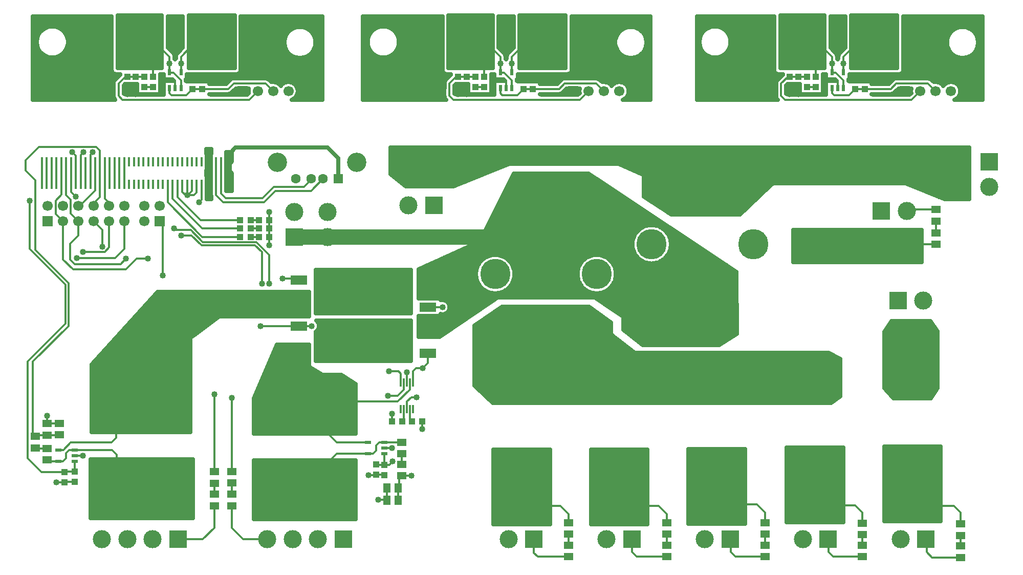
<source format=gtl>
G04 DipTrace 3.0.0.2*
G04 Power_Current.GTL*
%MOMM*%
G04 #@! TF.FileFunction,Copper,L1,Top*
G04 #@! TF.Part,Single*
G04 #@! TA.AperFunction,Conductor*
%ADD14C,0.33*%
%ADD15C,0.3*%
%ADD16C,2.54*%
%ADD18C,0.6604*%
G04 #@! TA.AperFunction,CopperBalancing*
%ADD19C,0.635*%
%ADD20R,1.1X1.0*%
G04 #@! TA.AperFunction,ComponentPad*
%ADD21R,3.0X3.0*%
%ADD22C,3.0*%
%ADD23R,1.7X1.7*%
%ADD24C,1.7*%
%ADD26R,0.38X1.5*%
G04 #@! TA.AperFunction,ComponentPad*
%ADD27R,1.6X1.6*%
%ADD28C,1.6*%
%ADD29C,3.2*%
%ADD30C,5.0*%
%ADD31R,5.0X7.8*%
%ADD32R,7.8X5.0*%
%ADD33R,1.5X1.3*%
%ADD34R,0.3X1.4*%
%ADD36R,2.75X1.5*%
%ADD37R,6.5X6.2*%
G04 #@! TA.AperFunction,ComponentPad*
%ADD38C,3.5*%
%ADD41R,1.0X1.1*%
%ADD42R,8.0X3.0*%
%ADD44R,1.1X0.6*%
%ADD45R,1.3X1.5*%
%ADD46R,3.0X8.0*%
%ADD48R,0.6X1.1*%
G04 #@! TA.AperFunction,ViaPad*
%ADD49C,1.016*%
%FSLAX35Y35*%
G04*
G71*
G90*
G75*
G01*
G04 Top*
%LPD*%
X3950123Y7904957D2*
D14*
Y7725000D1*
X4030123Y7904957D2*
Y7792623D1*
X3962500Y7725000D1*
X3950123D1*
X4110123Y7904957D2*
Y7772623D1*
X4062500Y7725000D1*
X3950123D1*
X3870123Y7904957D2*
Y7779877D1*
X3925000Y7725000D1*
X3950123D1*
X4190123Y7904957D2*
Y7652623D1*
X4150000Y7612500D1*
X2670123Y8274957D2*
Y7904957D1*
X1710123Y8274957D2*
Y7904957D1*
X2910123D2*
Y8274957D1*
X2830123D2*
Y7904957D1*
X2750123D2*
Y8274957D1*
X1837500Y3952500D2*
X1640000D1*
X1637500Y3950000D1*
X2087500Y2987500D2*
X1932500D1*
X1925000Y2980000D1*
X7255000Y2680000D2*
Y2882500D1*
X7075000Y3105000D2*
X7212500D1*
Y3100000D1*
X15125000Y1750000D2*
X14637500D1*
X14562500Y1825000D1*
Y2030750D1*
X14555750Y2037500D1*
X16750000Y1737500D2*
X16275000D1*
X16187500Y1825000D1*
Y2025000D1*
X16175000Y2037500D1*
X13512500Y1750000D2*
X13025000D1*
X12950000Y1825000D1*
Y2025000D1*
X12937500Y2037500D1*
X11887500Y1750000D2*
X11387500D1*
X11312500Y1825000D1*
Y2037500D1*
X10262500Y1750000D2*
X9750000D1*
X9687500Y1812500D1*
Y2037500D1*
X1637500Y3950000D2*
Y4075000D1*
X1925000Y2980000D2*
X1787500D1*
X2087500Y3420000D2*
X2227500D1*
X7212500Y3545000D2*
X7337500D1*
X7075000Y3105000D2*
X7070000Y3100000D1*
X6950000D1*
X7255000Y2680000D2*
Y2687500D1*
X7112500D1*
X16337500Y7487500D2*
X15882500D1*
X15857500Y7462500D1*
X4400000Y2592447D2*
Y2225000D1*
X4212500Y2037500D1*
X3800000D1*
X4687500Y2592447D2*
Y2225000D1*
X4875000Y2037500D1*
X5277500D1*
X7587500Y4187500D2*
D15*
Y4274000D1*
D14*
Y4312500D1*
X7662500Y4387500D1*
X7750000D1*
X7837500Y3987500D2*
Y3862500D1*
X4270123Y8274957D2*
Y8129877D1*
X4312500Y8087500D1*
X4350123Y8274957D2*
Y8125123D1*
X4312500Y8087500D1*
X4270123Y7904957D2*
Y8045123D1*
X4312500Y8087500D1*
X4350123Y7904957D2*
Y8049877D1*
X4312500Y8087500D1*
X4270123Y7904957D2*
Y7767377D1*
X4312500Y7725000D1*
X4350123Y7904957D2*
Y7762623D1*
X4312500Y7725000D1*
X4270123Y8274957D2*
Y8407623D1*
X4312500Y8450000D1*
X4350123Y8274957D2*
Y8412377D1*
X4312500Y8450000D1*
X5312500Y7312500D2*
Y7175000D1*
Y7037500D2*
Y7175000D1*
Y7312500D2*
Y7450000D1*
Y7037500D2*
Y6900000D1*
X14065627Y9514623D2*
X13922750D1*
X14716250Y9494127D2*
Y9605503D1*
X14684750Y9637003D1*
X14494250D1*
X13922750Y9514623D2*
Y9398877D1*
X14065627Y9514623D2*
Y9398877D1*
X8578127Y9514623D2*
X8435250D1*
X9228750Y9494127D2*
Y9605503D1*
X9197250Y9637003D1*
X9006750D1*
X8435250Y9514623D2*
Y9398877D1*
X8578127Y9514623D2*
Y9398877D1*
X3103127Y9514623D2*
X2960250D1*
X3753750Y9494127D2*
Y9605503D1*
X3722250Y9637003D1*
X3531750D1*
X2960250Y9514623D2*
Y9398877D1*
X3103127Y9514623D2*
Y9398877D1*
X2270123Y7904957D2*
Y8274957D1*
X1630123Y7904957D2*
Y8274957D1*
X1790123Y7904957D2*
Y8274957D1*
X7687500Y4627500D2*
D15*
Y4714000D1*
D14*
Y4812500D1*
X7737500Y4862500D1*
X7850000D1*
X7937500Y4950000D1*
Y5112500D1*
X6012500Y5562500D2*
X5800000D1*
X4687500Y3157447D2*
Y4375000D1*
X5162500Y5562500D2*
X5800000D1*
X1550123Y8274957D2*
Y7904957D1*
X15772500Y4637500D2*
X16112500D1*
X9133750Y9764127D2*
Y9900837D1*
Y10018000D1*
X8848000Y10303750D1*
X8863873Y9684623D2*
Y10287877D1*
X8848000Y10303750D1*
X9133750Y9764127D2*
Y9748127D1*
X9197250D1*
X9324250Y9621127D1*
Y9494627D1*
X9323750Y9494127D1*
Y9764127D2*
Y9906377D1*
Y10017500D1*
X9610000Y10303750D1*
X9648000D1*
X4400000Y3154947D2*
Y4437500D1*
X5525000Y6350000D2*
X5800000D1*
Y6325000D1*
X7487500Y4627500D2*
D15*
Y4714000D1*
D14*
Y4775000D1*
X7450000Y4812500D1*
X7287500D1*
X8175000Y5875000D2*
X7937500D1*
X8435250Y9684623D2*
X8578127D1*
X8721000D1*
X8435250D2*
X8403493D1*
X8292373Y9573503D1*
Y9367127D1*
X8355873Y9303627D1*
X10451373D1*
X10594250Y9446503D1*
X8721000Y9514623D2*
X8863873D1*
X9133750Y9494127D2*
Y9414750D1*
X9165500Y9383000D1*
X9414877D1*
X9514750Y9482873D1*
X9673500D1*
X10106747D1*
X10197377Y9573503D1*
X10721250D1*
X10848250Y9446503D1*
X14621250Y9764127D2*
Y9900837D1*
Y10018000D1*
X14335500Y10303750D1*
X14351373Y9684623D2*
Y10287877D1*
X14335500Y10303750D1*
X14621250Y9764127D2*
Y9748127D1*
X14684750D1*
X14811750Y9621127D1*
Y9494627D1*
X14811250Y9494127D1*
Y9764127D2*
Y9906377D1*
Y10017500D1*
X15097500Y10303750D1*
X15135500D1*
X1817500Y3515000D2*
X1902500D1*
X2025000Y3637500D1*
X2700000D1*
X2775000Y3712500D1*
Y3950000D1*
X2787500D1*
X7537500Y4627500D2*
D15*
Y4541000D1*
D14*
Y4512500D1*
X7437500Y4412500D1*
X7275000D1*
X5525000Y5862500D2*
X5797550D1*
X5800050Y5865000D1*
X7342500Y3987500D2*
Y4107500D1*
X7337500Y4112500D1*
X6300000Y3950000D2*
Y3762500D1*
X6425000Y3637500D1*
X6940000D1*
X6942500Y3640000D1*
X5500000Y3950000D2*
X6300000D1*
X7637500Y4627500D2*
D15*
Y4541000D1*
D14*
Y4512500D1*
X7437500Y4312500D1*
X6662500D1*
X6300000Y3950000D1*
X9887500Y7762500D2*
Y7372500D1*
Y6982500D1*
X12475000Y5965000D2*
Y5575000D1*
X7587500Y4627500D2*
D15*
Y4714000D1*
D14*
Y4800000D1*
X8200000Y5575000D2*
X7939950D1*
X7937450Y5572500D1*
X6275000Y7030000D2*
D16*
X5725000D1*
X6275000D2*
X9545000D1*
X9887500Y7372500D1*
X10277500Y5582500D2*
D14*
X9887500D1*
X9497500D2*
X9887500D1*
X14500000Y4637500D2*
X14160000D1*
X12887500D2*
X12547500D1*
X11262500D2*
X10922500D1*
X9650000D2*
X9310000D1*
X9650000D2*
X10922500D1*
X11262500D2*
X12547500D1*
X12887500D2*
X14160000D1*
X12085000Y7755000D2*
X12475000D1*
X12865000D1*
X3658750Y9764127D2*
Y9900837D1*
Y10018000D1*
X3373000Y10303750D1*
X3388873Y9684623D2*
Y10287877D1*
X3373000Y10303750D1*
X3658750Y9764127D2*
Y9748127D1*
X3722250D1*
X3849250Y9621127D1*
Y9494627D1*
X3848750Y9494127D1*
Y9764127D2*
Y9906377D1*
Y10017500D1*
X4135000Y10303750D1*
X4173000D1*
X2960250Y9684623D2*
X3103127D1*
X3246000D1*
X2960250D2*
X2928493D1*
X2817373Y9573503D1*
Y9367127D1*
X2880873Y9303627D1*
X4976373D1*
X5119250Y9446503D1*
X3246000Y9514623D2*
X3388873D1*
X3658750Y9494127D2*
Y9414750D1*
X3690500Y9383000D1*
X3939877D1*
X4039750Y9482873D1*
X4198500D1*
X4631747D1*
X4722377Y9573503D1*
X5246250D1*
X5373250Y9446503D1*
X7537500Y4187500D2*
D15*
Y4101000D1*
D14*
Y4012500D1*
X7512500Y3987500D1*
X7637500Y4187500D2*
D15*
Y4101000D1*
D14*
Y4017500D1*
X7667500Y3987500D1*
X13922750Y9684623D2*
X14065627D1*
X14208500D1*
X13922750D2*
X13890993D1*
X13779873Y9573503D1*
Y9367127D1*
X13843373Y9303627D1*
X15938873D1*
X16081750Y9446503D1*
X14208500Y9514623D2*
X14351373D1*
X14621250Y9494127D2*
Y9414750D1*
X14653000Y9383000D1*
X14902377D1*
X15002250Y9482873D1*
X15161000D1*
X15594247D1*
X15684877Y9573503D1*
X16208750D1*
X16335750Y9446503D1*
X10262500Y2312500D2*
Y2450000D1*
X10125000Y2587500D1*
X9687500D1*
X11887500Y2312500D2*
Y2450000D1*
X11750000Y2587500D1*
X11312500D1*
X13512500Y2312500D2*
Y2475000D1*
X13375000Y2612500D1*
X12962500D1*
X12937500Y2587500D1*
X15125000Y2302500D2*
Y2475000D1*
X15000000Y2600000D1*
X14568250D1*
X14555750Y2587500D1*
X16750000Y2290000D2*
Y2475000D1*
X16637500Y2587500D1*
X16175000D1*
X15437500Y6912500D2*
X15857500D1*
X16337500D1*
X3550000Y6400000D2*
Y7250000D1*
X3500000Y7300000D1*
X2087500Y3157500D2*
Y3325000D1*
Y3157500D2*
X1932500D1*
X1925000Y3150000D1*
X2350123Y8274957D2*
Y7904957D1*
Y8274957D2*
Y8400123D1*
X2387500Y8437500D1*
X1925000Y3150000D2*
X1537500D1*
X1312500Y3375000D1*
Y4975000D1*
X1937500Y5600000D1*
Y6250000D1*
X1350000Y6837500D1*
Y7637500D1*
X7212500Y3270000D2*
X7075000D1*
Y3275000D1*
X7212500Y3450000D2*
Y3270000D1*
X2430123Y7904957D2*
Y8274957D1*
Y7904957D2*
Y7805123D1*
X2187500Y7562500D1*
X2163000D1*
X2150500Y7550000D1*
X7212500Y3270000D2*
X7295000D1*
X7350000Y3325000D1*
X5187500Y6262500D2*
Y6787500D1*
X5075000Y6900000D1*
X4187500D1*
X4025000Y7062500D1*
X3850000D1*
X1637500Y3760000D2*
X1835000D1*
X1837500Y3762500D1*
X2510123Y8274957D2*
Y7904957D1*
Y7697623D1*
X2404500Y7592000D1*
Y7550000D1*
X1637500Y3760000D2*
X1460000D1*
X1437500Y3737500D1*
X2510123Y8274957D2*
Y8464877D1*
X2450000Y8525000D1*
X1500000D1*
X1275000Y8300000D1*
Y8137500D1*
X1437500Y7975000D1*
Y6825000D1*
X1987500Y6275000D1*
Y5562500D1*
X1400000Y4975000D1*
Y3762500D1*
X1412500D1*
X1437500Y3737500D1*
X7445000Y2882500D2*
X7462500D1*
Y3050000D1*
X7500000Y3087500D1*
X7445000Y2680000D2*
Y2882500D1*
X2590123Y7904957D2*
Y8274957D1*
Y7904957D2*
Y7672377D1*
X2658500Y7604000D1*
Y7550000D1*
X3737500Y7175000D2*
Y7150000D1*
X4012500D1*
X4212500Y6950000D1*
X5100000D1*
X5312500Y6737500D1*
Y6262500D1*
X7662500Y3087500D2*
X7500000D1*
X1870123Y8274957D2*
Y7904957D1*
Y7732623D1*
X1775000Y7637500D1*
Y7417500D1*
X1896500Y7296000D1*
X3300000Y6675000D2*
X3112500D1*
X2937500Y6500000D1*
X2062500D1*
X1900000Y6662500D1*
Y7292500D1*
X1896500Y7296000D1*
X1950123Y7904957D2*
Y8274957D1*
Y7904957D2*
Y7724877D1*
X2025000Y7650000D1*
Y7421500D1*
X2150500Y7296000D1*
X2937500Y6675000D2*
X2850000Y6587500D1*
X2087500D1*
X2012500Y6662500D1*
Y6925000D1*
X2150000Y7062500D1*
Y7295500D1*
X2150500Y7296000D1*
X2030123Y8274957D2*
Y7904957D1*
Y7782377D1*
X2112500Y7700000D1*
X2550000Y6875000D2*
Y7150500D1*
X2404500Y7296000D1*
X1817500Y3325000D2*
X1660000D1*
X1637500Y3347500D1*
X1817500Y3325000D2*
X1900000D1*
X1950000Y3375000D1*
Y3462500D1*
X2000000Y3512500D1*
X2085000D1*
X2087500Y3515000D1*
X2710000D1*
X2787500Y3437500D1*
Y3150000D1*
X7212500Y3640000D2*
X7127500D1*
X7075000Y3587500D1*
Y3500000D1*
X7025000Y3450000D1*
X6942500D1*
X6300000Y3150000D2*
Y3325000D1*
X6425000Y3450000D1*
X6942500D1*
X7212500Y3640000D2*
X7500000D1*
X4400000Y2964947D2*
Y2782447D1*
X4687500Y2967447D2*
Y2782447D1*
X2110123Y7904957D2*
Y8274957D1*
Y8377377D1*
X2050000Y8437500D1*
X2225000Y6787500D2*
X2587500D1*
X2662500Y6862500D1*
Y7292000D1*
X2658500Y7296000D1*
X2190123Y8274957D2*
Y7904957D1*
Y8274957D2*
Y8390123D1*
X2237500Y8437500D1*
X2125000Y6687500D2*
X2762500D1*
X2912500Y6837500D1*
Y7296000D1*
X5000000Y7037500D2*
X5142500D1*
Y7175000D2*
X5000000D1*
X5142500Y7312500D2*
X5000000D1*
X1637500Y3537500D2*
X1447500D1*
X1437500Y3547500D1*
X7500000Y3277500D2*
Y3450000D1*
X10262500Y2122500D2*
Y1940000D1*
X11887500D2*
Y2122500D1*
X13512500Y1940000D2*
Y2122500D1*
X15125000Y1940000D2*
Y2112500D1*
X16750000Y1927500D2*
Y2100000D1*
X16337500Y7102500D2*
Y7297500D1*
X3790123Y7904957D2*
Y7697377D1*
X4175000Y7312500D1*
X4830000D1*
X3710123Y7904957D2*
Y7664877D1*
X4200000Y7175000D1*
X4830000D1*
X3630123Y7904957D2*
Y7607377D1*
X4200000Y7037500D1*
X4830000D1*
X4510123Y8274957D2*
Y7904957D1*
Y7752377D1*
X4587500Y7675000D1*
X5200000D1*
X5387500Y7862500D1*
X5887500D1*
X5987500Y7962500D1*
Y8000000D1*
X6000000D1*
X4430123Y7904957D2*
Y8274957D1*
Y7904957D2*
Y7732377D1*
X4550000Y7612500D1*
X5225000D1*
X5412500Y7800000D1*
X6000000D1*
X6200000Y8000000D1*
X4590123Y8274957D2*
Y7904957D1*
X4670123D2*
Y8274957D1*
X6450000Y8000000D2*
D18*
Y8337500D1*
X6275000Y8512500D1*
X4750000D1*
X4662500Y8425000D1*
D49*
X3950123Y7725000D3*
X4150000Y7612500D3*
X1637500Y4075000D3*
X1787500Y2980000D3*
X2227500Y3420000D3*
X7337500Y3545000D3*
X6950000Y3100000D3*
X7112500Y2687500D3*
X7750000Y4387500D3*
X7837500Y3862500D3*
X4312500Y8087500D3*
Y7725000D3*
Y8450000D3*
X5312500Y7450000D3*
Y6900000D3*
X14494250Y9637003D3*
X13922750Y9398877D3*
X14065627D3*
X13922750D3*
X9006750Y9637003D3*
X8435250Y9398877D3*
X8578127D3*
X8435250D3*
X3531750Y9637003D3*
X2960250Y9398877D3*
X3103127D3*
X2960250D3*
X6012500Y5562500D3*
X7850000Y4862500D3*
X4687500Y4375000D3*
X5162500Y5562500D3*
X9133750Y9900837D3*
X9323750Y9906377D3*
X4400000Y4437500D3*
X5525000Y6350000D3*
X7287500Y4812500D3*
X8175000Y5875000D3*
X7287500Y4812500D3*
X14621250Y9900837D3*
X14811250Y9906377D3*
X7275000Y4412500D3*
X5525000Y5862500D3*
X7337500Y4112500D3*
X7275000Y4412500D3*
X7587500Y4800000D3*
X8200000Y5575000D3*
X3658750Y9900837D3*
X3848750Y9906377D3*
X3550000Y6400000D3*
X2387500Y8437500D3*
X1350000Y7637500D3*
X7350000Y3325000D3*
X5187500Y6262500D3*
X3850000Y7062500D3*
X3737500Y7175000D3*
X5312500Y6262500D3*
X7662500Y3087500D3*
X3300000Y6675000D3*
X2937500D3*
X2112500Y7700000D3*
X2550000Y6875000D3*
X2050000Y8437500D3*
X2225000Y6787500D3*
X2237500Y8437500D3*
X2125000Y6687500D3*
X15488100Y3505083D2*
D19*
X16411839D1*
X15488100Y3441917D2*
X16411839D1*
X15488100Y3378750D2*
X16411839D1*
X15488100Y3315583D2*
X16411839D1*
X15488100Y3252417D2*
X16411839D1*
X15488100Y3189250D2*
X16411839D1*
X15488100Y3126083D2*
X16411839D1*
X15488100Y3062917D2*
X16411839D1*
X15488100Y2999750D2*
X16411839D1*
X15488100Y2936583D2*
X16411839D1*
X15488100Y2873417D2*
X16411839D1*
X15488100Y2810250D2*
X16411839D1*
X15488100Y2747083D2*
X16411839D1*
X15488100Y2683917D2*
X16411839D1*
X15488100Y2620750D2*
X16411839D1*
X15488100Y2557583D2*
X16411839D1*
X15488100Y2494417D2*
X16411839D1*
X15488100Y2431250D2*
X16411839D1*
X15488100Y2368083D2*
X16411839D1*
X15513500Y2331750D2*
X16418250D1*
Y3568250D1*
X15481750D1*
Y2331750D1*
X15513500D1*
X13875600Y3492583D2*
X14799339D1*
X13875600Y3429417D2*
X14799339D1*
X13875600Y3366250D2*
X14799339D1*
X13875600Y3303083D2*
X14799339D1*
X13875600Y3239917D2*
X14799339D1*
X13875600Y3176750D2*
X14799339D1*
X13875600Y3113583D2*
X14799339D1*
X13875600Y3050417D2*
X14799339D1*
X13875600Y2987250D2*
X14799339D1*
X13875600Y2924083D2*
X14799339D1*
X13875600Y2860917D2*
X14799339D1*
X13875600Y2797750D2*
X14799339D1*
X13875600Y2734583D2*
X14799339D1*
X13875600Y2671417D2*
X14799339D1*
X13875600Y2608250D2*
X14799339D1*
X13875600Y2545083D2*
X14799339D1*
X13875600Y2481917D2*
X14799339D1*
X13875600Y2418750D2*
X14799339D1*
X13875600Y2355583D2*
X14799339D1*
X13901000Y2319250D2*
X14805750D1*
Y3555750D1*
X13869250D1*
Y2319250D1*
X13901000D1*
X12250600Y3467583D2*
X13174339D1*
X12250600Y3404417D2*
X13174339D1*
X12250600Y3341250D2*
X13174339D1*
X12250600Y3278083D2*
X13174339D1*
X12250600Y3214917D2*
X13174339D1*
X12250600Y3151750D2*
X13174339D1*
X12250600Y3088583D2*
X13174339D1*
X12250600Y3025417D2*
X13174339D1*
X12250600Y2962250D2*
X13174339D1*
X12250600Y2899083D2*
X13174339D1*
X12250600Y2835917D2*
X13174339D1*
X12250600Y2772750D2*
X13174339D1*
X12250600Y2709583D2*
X13174339D1*
X12250600Y2646417D2*
X13174339D1*
X12250600Y2583250D2*
X13174339D1*
X12250600Y2520083D2*
X13174339D1*
X12250600Y2456917D2*
X13174339D1*
X12250600Y2393750D2*
X13174339D1*
X12250600Y2330583D2*
X13174339D1*
X12276000Y2294250D2*
X13180750D1*
Y3530750D1*
X12244250D1*
Y2294250D1*
X12276000D1*
X10638100Y3455083D2*
X11561839D1*
X10638100Y3391917D2*
X11561839D1*
X10638100Y3328750D2*
X11561839D1*
X10638100Y3265583D2*
X11561839D1*
X10638100Y3202417D2*
X11561839D1*
X10638100Y3139250D2*
X11561839D1*
X10638100Y3076083D2*
X11561839D1*
X10638100Y3012917D2*
X11561839D1*
X10638100Y2949750D2*
X11561839D1*
X10638100Y2886583D2*
X11561839D1*
X10638100Y2823417D2*
X11561839D1*
X10638100Y2760250D2*
X11561839D1*
X10638100Y2697083D2*
X11561839D1*
X10638100Y2633917D2*
X11561839D1*
X10638100Y2570750D2*
X11561839D1*
X10638100Y2507583D2*
X11561839D1*
X10638100Y2444417D2*
X11561839D1*
X10638100Y2381250D2*
X11561839D1*
X10638100Y2318083D2*
X11561839D1*
X10663500Y2281750D2*
X11568250D1*
Y3518250D1*
X10631750D1*
Y2281750D1*
X10663500D1*
X9025600Y3455083D2*
X9949339D1*
X9025600Y3391917D2*
X9949339D1*
X9025600Y3328750D2*
X9949339D1*
X9025600Y3265583D2*
X9949339D1*
X9025600Y3202417D2*
X9949339D1*
X9025600Y3139250D2*
X9949339D1*
X9025600Y3076083D2*
X9949339D1*
X9025600Y3012917D2*
X9949339D1*
X9025600Y2949750D2*
X9949339D1*
X9025600Y2886583D2*
X9949339D1*
X9025600Y2823417D2*
X9949339D1*
X9025600Y2760250D2*
X9949339D1*
X9025600Y2697083D2*
X9949339D1*
X9025600Y2633917D2*
X9949339D1*
X9025600Y2570750D2*
X9949339D1*
X9025600Y2507583D2*
X9949339D1*
X9025600Y2444417D2*
X9949339D1*
X9025600Y2381250D2*
X9949339D1*
X9025600Y2318083D2*
X9949339D1*
X9051000Y2281750D2*
X9955750D1*
Y3518250D1*
X9019250D1*
Y2281750D1*
X9051000D1*
X5063100Y3280083D2*
X6736933D1*
X5063100Y3216917D2*
X6736933D1*
X5063100Y3153750D2*
X6736933D1*
X5063100Y3090583D2*
X6736933D1*
X5063100Y3027417D2*
X6736933D1*
X5063100Y2964250D2*
X6736933D1*
X5063100Y2901083D2*
X6736933D1*
X5063100Y2837917D2*
X6736933D1*
X5063100Y2774750D2*
X6736933D1*
X5063100Y2711583D2*
X6736933D1*
X5063100Y2648417D2*
X6736933D1*
X5063100Y2585250D2*
X6736933D1*
X5063100Y2522083D2*
X6736933D1*
X5063100Y2458917D2*
X6736933D1*
X5063100Y2395750D2*
X6736933D1*
X6711500Y3343250D2*
X5056750D1*
Y2369250D1*
X6743250D1*
Y3343250D1*
X6711500D1*
X2363100Y3292583D2*
X4036933D1*
X2363100Y3229417D2*
X4036933D1*
X2363100Y3166250D2*
X4036933D1*
X2363100Y3103083D2*
X4036933D1*
X2363100Y3039917D2*
X4036933D1*
X2363100Y2976750D2*
X4036933D1*
X2363100Y2913583D2*
X4036933D1*
X2363100Y2850417D2*
X4036933D1*
X2363100Y2787250D2*
X4036933D1*
X2363100Y2724083D2*
X4036933D1*
X2363100Y2660917D2*
X4036933D1*
X2363100Y2597750D2*
X4036933D1*
X2363100Y2534583D2*
X4036933D1*
X2363100Y2471417D2*
X4036933D1*
X2363100Y2408250D2*
X4036933D1*
X4011500Y3355750D2*
X2356750D1*
Y2381750D1*
X4043250D1*
Y3355750D1*
X4011500D1*
X3412994Y6067583D2*
X5961874D1*
X3355695Y6004417D2*
X5961874D1*
X3298272Y5941250D2*
X5961874D1*
X3240974Y5878083D2*
X5961874D1*
X3183551Y5814917D2*
X5961874D1*
X3126252Y5751750D2*
X5961874D1*
X3068829Y5688583D2*
X4429689D1*
X3011530Y5625417D2*
X4345477D1*
X2954107Y5562250D2*
X4261265D1*
X2896808Y5499083D2*
X4177053D1*
X2839386Y5435917D2*
X4092841D1*
X2781963Y5372750D2*
X4008505D1*
X2724664Y5309583D2*
X3999451D1*
X2667241Y5246417D2*
X3999451D1*
X2609942Y5183250D2*
X3999451D1*
X2552519Y5120083D2*
X3999451D1*
X2495221Y5056917D2*
X3999451D1*
X2437798Y4993750D2*
X3999451D1*
X2380499Y4930583D2*
X3999451D1*
X2375600Y4867417D2*
X3999451D1*
X2375600Y4804250D2*
X3999451D1*
X2375600Y4741083D2*
X3999451D1*
X2375600Y4677917D2*
X3999451D1*
X2375600Y4614750D2*
X3999451D1*
X2375600Y4551583D2*
X3999451D1*
X2375600Y4488417D2*
X3999451D1*
X2375600Y4425250D2*
X3999451D1*
X2375600Y4362083D2*
X3999451D1*
X2375600Y4298917D2*
X3999451D1*
X2375600Y4235750D2*
X3999451D1*
X2375600Y4172583D2*
X3999451D1*
X2375600Y4109417D2*
X3999451D1*
X2375600Y4046250D2*
X3999451D1*
X2375600Y3983083D2*
X3999451D1*
X2375600Y3919917D2*
X3999451D1*
X2375600Y3856750D2*
X3999451D1*
X2369126Y3806750D2*
X4005750D1*
X4006141Y5354967D1*
X4009210Y5364414D1*
X4015049Y5372451D1*
X4094650Y5432550D1*
X4472658Y5715568D1*
X4482058Y5718780D1*
X4519250Y5719250D1*
X5968250D1*
Y6130750D1*
X3464093D1*
X2369296Y4925284D1*
X2369250Y3806778D1*
X5413032Y5192583D2*
X5961910D1*
X5386243Y5129417D2*
X5961910D1*
X5359330Y5066250D2*
X5961910D1*
X5332541Y5003083D2*
X5961910D1*
X5305752Y4939917D2*
X5961910D1*
X5278963Y4876750D2*
X5990932D1*
X5252050Y4813583D2*
X6092011D1*
X5225261Y4750417D2*
X6505753D1*
X5198472Y4687250D2*
X6607824D1*
X5171558Y4624083D2*
X6709772D1*
X5144769Y4560917D2*
X6736933D1*
X5117980Y4497750D2*
X6736933D1*
X5091191Y4434583D2*
X6736933D1*
X5064278Y4371417D2*
X6736933D1*
X5063100Y4308250D2*
X6736933D1*
X5063100Y4245083D2*
X6736933D1*
X5063100Y4181917D2*
X6736933D1*
X5063100Y4118750D2*
X6736933D1*
X5063100Y4055583D2*
X6736933D1*
X5063100Y3992417D2*
X6736933D1*
X5063100Y3929250D2*
X6736933D1*
X5063100Y3866083D2*
X6736933D1*
X5063100Y3802917D2*
X6736933D1*
X5088500Y3781750D2*
X6743250D1*
Y4607319D1*
X6503343Y4755827D1*
X6195033Y4756141D1*
X6185586Y4759210D1*
X5981112Y4886979D1*
X5974150Y4894065D1*
X5969718Y4902955D1*
X5968283Y4913451D1*
X5968250Y5255750D1*
X5433585D1*
X5056713Y4368451D1*
X5056750Y3781750D1*
X5088500D1*
X6088100Y6430083D2*
X7649443D1*
X6088100Y6366917D2*
X7649443D1*
X6088100Y6303750D2*
X7649443D1*
X6088100Y6240583D2*
X7649443D1*
X6088100Y6177417D2*
X7649443D1*
X6088100Y6114250D2*
X7649443D1*
X6088100Y6051083D2*
X7649443D1*
X6088100Y5987917D2*
X7649443D1*
X6088100Y5924750D2*
X7649443D1*
X6088100Y5861583D2*
X7649443D1*
X6088100Y5798417D2*
X7649443D1*
X7624000Y6493250D2*
X6081750D1*
Y5769250D1*
X7655750D1*
Y6493250D1*
X7624000D1*
X6133058Y5592583D2*
X7649443D1*
X6132190Y5529417D2*
X7649443D1*
X6088100Y5466250D2*
X7649443D1*
X6088100Y5403083D2*
X7649443D1*
X6088100Y5339917D2*
X7649443D1*
X6088100Y5276750D2*
X7649443D1*
X6088100Y5213583D2*
X7649443D1*
X6088100Y5150417D2*
X7649443D1*
X6088100Y5087250D2*
X7649443D1*
X6088100Y5024083D2*
X7649443D1*
X6130246Y5553233D2*
X6127347Y5534928D1*
X6121619Y5517301D1*
X6113205Y5500788D1*
X6102312Y5485794D1*
X6089206Y5472688D1*
X6081712Y5466806D1*
X6081750Y4981750D1*
X7655750D1*
Y5655750D1*
X6084993D1*
X6102312Y5639206D1*
X6113205Y5624212D1*
X6121619Y5607699D1*
X6127347Y5590072D1*
X6130246Y5571767D1*
Y5553233D1*
X9331882Y8017583D2*
X10679595D1*
X9300256Y7954417D2*
X10775093D1*
X9268754Y7891250D2*
X10870467D1*
X9237128Y7828083D2*
X10965965D1*
X9205502Y7764917D2*
X11061463D1*
X9174000Y7701750D2*
X11156961D1*
X9142374Y7638583D2*
X11252459D1*
X9110748Y7575417D2*
X11347833D1*
X9079246Y7512250D2*
X11443331D1*
X9047620Y7449083D2*
X11538829D1*
X9015994Y7385917D2*
X11634327D1*
X8984492Y7322750D2*
X11729825D1*
X8952866Y7259583D2*
X11825199D1*
X8921364Y7196417D2*
X11482026D1*
X11787918D2*
X11920697D1*
X8889738Y7133250D2*
X11398311D1*
X11871634D2*
X12016195D1*
X8858112Y7070083D2*
X11351802D1*
X11918142D2*
X12111693D1*
X8826610Y7006917D2*
X11324889D1*
X11945056D2*
X12207192D1*
X8761622Y6943750D2*
X11312610D1*
X11957334D2*
X12302566D1*
X8621600Y6880583D2*
X11313231D1*
X11956838D2*
X12398064D1*
X8481577Y6817417D2*
X11326749D1*
X11943319D2*
X12493562D1*
X8341555Y6754250D2*
X11355026D1*
X11914918D2*
X12589060D1*
X8201656Y6691083D2*
X8872201D1*
X9222865D2*
X10552223D1*
X10902763D2*
X11403768D1*
X11866177D2*
X12684558D1*
X8061634Y6627917D2*
X8799275D1*
X9295667D2*
X10479297D1*
X10975688D2*
X11493437D1*
X11776508D2*
X12779932D1*
X7921611Y6564750D2*
X8757480D1*
X9337463D2*
X10437501D1*
X11017484D2*
X12875430D1*
X7788100Y6501583D2*
X8733915D1*
X9361151D2*
X10413813D1*
X11041173D2*
X12970928D1*
X7788100Y6438417D2*
X8724241D1*
X9370701D2*
X10404263D1*
X11050723D2*
X13036908D1*
X7788100Y6375250D2*
X8727342D1*
X9367600D2*
X10407363D1*
X11047622D2*
X13036908D1*
X7788100Y6312083D2*
X8743713D1*
X9351353D2*
X10423610D1*
X11031375D2*
X13036908D1*
X7788100Y6248917D2*
X8775587D1*
X9319479D2*
X10455484D1*
X10999501D2*
X13036908D1*
X7788100Y6185750D2*
X8829909D1*
X9265157D2*
X10509931D1*
X10945179D2*
X13036908D1*
X7788100Y6122583D2*
X8937562D1*
X9157505D2*
X10617583D1*
X10837402D2*
X13036908D1*
X7788100Y6059417D2*
X13036908D1*
X8148698Y5996250D2*
X9019417D1*
X10767949D2*
X13036908D1*
X8284132Y5933083D2*
X8927144D1*
X10860099D2*
X13036908D1*
X8299387Y5869917D2*
X8834746D1*
X10952248D2*
X13036908D1*
X8277683Y5806750D2*
X8742473D1*
X11044273D2*
X13036908D1*
X8148698Y5743583D2*
X8650199D1*
X11136423D2*
X13036908D1*
X7788100Y5680417D2*
X8557802D1*
X11175614D2*
X13036908D1*
X7788100Y5617250D2*
X8465528D1*
X11175614D2*
X13036908D1*
X7788100Y5554083D2*
X8373255D1*
X11175614D2*
X13036908D1*
X7788100Y5490917D2*
X8280858D1*
X11189877D2*
X13036908D1*
X7788100Y5427750D2*
X8188584D1*
X11267392D2*
X13033560D1*
X11344906Y5364583D2*
X12934837D1*
X11422545Y5301417D2*
X12836238D1*
X11043832Y6397604D2*
X11040903Y6372862D1*
X11036043Y6348425D1*
X11029280Y6324446D1*
X11020656Y6301071D1*
X11010225Y6278444D1*
X10998051Y6256706D1*
X10984209Y6235990D1*
X10968784Y6216424D1*
X10951872Y6198128D1*
X10933576Y6181216D1*
X10914010Y6165791D1*
X10893294Y6151949D1*
X10871556Y6139775D1*
X10848929Y6129344D1*
X10825554Y6120720D1*
X10801575Y6113957D1*
X10777138Y6109097D1*
X10752396Y6106168D1*
X10727500Y6105190D1*
X10702604Y6106168D1*
X10677862Y6109097D1*
X10653425Y6113957D1*
X10629446Y6120720D1*
X10606071Y6129344D1*
X10583444Y6139775D1*
X10561706Y6151949D1*
X10540990Y6165791D1*
X10521424Y6181216D1*
X10503128Y6198128D1*
X10486216Y6216424D1*
X10470791Y6235990D1*
X10456949Y6256706D1*
X10444775Y6278444D1*
X10434344Y6301071D1*
X10425720Y6324446D1*
X10418957Y6348425D1*
X10414097Y6372862D1*
X10411168Y6397604D1*
X10410190Y6422500D1*
X10411168Y6447396D1*
X10414097Y6472138D1*
X10418957Y6496575D1*
X10425720Y6520554D1*
X10434344Y6543929D1*
X10444775Y6566556D1*
X10456949Y6588294D1*
X10470791Y6609010D1*
X10486216Y6628576D1*
X10503128Y6646872D1*
X10521424Y6663784D1*
X10540990Y6679209D1*
X10561706Y6693051D1*
X10583444Y6705225D1*
X10606071Y6715656D1*
X10629446Y6724280D1*
X10653425Y6731043D1*
X10677862Y6735903D1*
X10702604Y6738832D1*
X10727500Y6739810D1*
X10752396Y6738832D1*
X10777138Y6735903D1*
X10801575Y6731043D1*
X10825554Y6724280D1*
X10848929Y6715656D1*
X10871556Y6705225D1*
X10893294Y6693051D1*
X10914010Y6679209D1*
X10933576Y6663784D1*
X10951872Y6646872D1*
X10968784Y6628576D1*
X10984209Y6609010D1*
X10998051Y6588294D1*
X11010225Y6566556D1*
X11020656Y6543929D1*
X11029280Y6520554D1*
X11036043Y6496575D1*
X11040903Y6472138D1*
X11043832Y6447396D1*
X11044810Y6422500D1*
X11043832Y6397604D1*
X9363832D2*
X9360903Y6372862D1*
X9356043Y6348425D1*
X9349280Y6324446D1*
X9340656Y6301071D1*
X9330225Y6278444D1*
X9318051Y6256706D1*
X9304209Y6235990D1*
X9288784Y6216424D1*
X9271872Y6198128D1*
X9253576Y6181216D1*
X9234010Y6165791D1*
X9213294Y6151949D1*
X9191556Y6139775D1*
X9168929Y6129344D1*
X9145554Y6120720D1*
X9121575Y6113957D1*
X9097138Y6109097D1*
X9072396Y6106168D1*
X9047500Y6105190D1*
X9022604Y6106168D1*
X8997862Y6109097D1*
X8973425Y6113957D1*
X8949446Y6120720D1*
X8926071Y6129344D1*
X8903444Y6139775D1*
X8881706Y6151949D1*
X8860990Y6165791D1*
X8841424Y6181216D1*
X8823128Y6198128D1*
X8806216Y6216424D1*
X8790791Y6235990D1*
X8776949Y6256706D1*
X8764775Y6278444D1*
X8754344Y6301071D1*
X8745720Y6324446D1*
X8738957Y6348425D1*
X8734097Y6372862D1*
X8731168Y6397604D1*
X8730190Y6422500D1*
X8731168Y6447396D1*
X8734097Y6472138D1*
X8738957Y6496575D1*
X8745720Y6520554D1*
X8754344Y6543929D1*
X8764775Y6566556D1*
X8776949Y6588294D1*
X8790791Y6609010D1*
X8806216Y6628576D1*
X8823128Y6646872D1*
X8841424Y6663784D1*
X8860990Y6679209D1*
X8881706Y6693051D1*
X8903444Y6705225D1*
X8926071Y6715656D1*
X8949446Y6724280D1*
X8973425Y6731043D1*
X8997862Y6735903D1*
X9022604Y6738832D1*
X9047500Y6739810D1*
X9072396Y6738832D1*
X9097138Y6735903D1*
X9121575Y6731043D1*
X9145554Y6724280D1*
X9168929Y6715656D1*
X9191556Y6705225D1*
X9213294Y6693051D1*
X9234010Y6679209D1*
X9253576Y6663784D1*
X9271872Y6646872D1*
X9288784Y6628576D1*
X9304209Y6609010D1*
X9318051Y6588294D1*
X9330225Y6566556D1*
X9340656Y6543929D1*
X9349280Y6520554D1*
X9356043Y6496575D1*
X9360903Y6472138D1*
X9363832Y6447396D1*
X9364810Y6422500D1*
X9363832Y6397604D1*
X7781679Y6017310D2*
X8142310D1*
Y5988412D1*
X8156524Y5991656D1*
X8175000Y5993110D1*
X8193476Y5991656D1*
X8211498Y5987329D1*
X8228621Y5980237D1*
X8244423Y5970553D1*
X8258516Y5958516D1*
X8270553Y5944423D1*
X8280237Y5928621D1*
X8287329Y5911498D1*
X8291656Y5893476D1*
X8293110Y5875000D1*
X8291656Y5856524D1*
X8287329Y5838502D1*
X8280237Y5821379D1*
X8270553Y5805577D1*
X8258516Y5791484D1*
X8244423Y5779447D1*
X8228621Y5769763D1*
X8211498Y5762671D1*
X8193476Y5758344D1*
X8175000Y5756890D1*
X8156524Y5758344D1*
X8142302Y5761599D1*
X8142310Y5732690D1*
X7781774D1*
X7781750Y5381750D1*
X8127651D1*
X9073891Y6028686D1*
X9083422Y6031487D1*
X9214500Y6031750D1*
X10704967Y6031359D1*
X10714414Y6028290D1*
X10822696Y5954363D1*
X11159331Y5723054D1*
X11165387Y5715180D1*
X11168712Y5705819D1*
X11169250Y5700000D1*
Y5502539D1*
X11486363Y5244197D1*
X12753271Y5244250D1*
X13043344Y5429937D1*
X13043250Y6457894D1*
X10590401Y8080781D1*
X9357108Y8080750D1*
X8800827Y6969033D1*
X8793857Y6961956D1*
X8788058Y6958560D1*
X7781818Y6504524D1*
X7781750Y6017372D1*
X11951332Y6890104D2*
X11948403Y6865362D1*
X11943543Y6840925D1*
X11936780Y6816946D1*
X11928156Y6793571D1*
X11917725Y6770944D1*
X11905551Y6749206D1*
X11891709Y6728490D1*
X11876284Y6708924D1*
X11859372Y6690628D1*
X11841076Y6673716D1*
X11821510Y6658291D1*
X11800794Y6644449D1*
X11779056Y6632275D1*
X11756429Y6621844D1*
X11733054Y6613220D1*
X11709075Y6606457D1*
X11684638Y6601597D1*
X11659896Y6598668D1*
X11635000Y6597690D1*
X11610104Y6598668D1*
X11585362Y6601597D1*
X11560925Y6606457D1*
X11536946Y6613220D1*
X11513571Y6621844D1*
X11490944Y6632275D1*
X11469206Y6644449D1*
X11448490Y6658291D1*
X11428924Y6673716D1*
X11410628Y6690628D1*
X11393716Y6708924D1*
X11378291Y6728490D1*
X11364449Y6749206D1*
X11352275Y6770944D1*
X11341844Y6793571D1*
X11333220Y6816946D1*
X11326457Y6840925D1*
X11321597Y6865362D1*
X11318668Y6890104D1*
X11317690Y6915000D1*
X11318668Y6939896D1*
X11321597Y6964638D1*
X11326457Y6989075D1*
X11333220Y7013054D1*
X11341844Y7036429D1*
X11352275Y7059056D1*
X11364449Y7080794D1*
X11378291Y7101510D1*
X11393716Y7121076D1*
X11410628Y7139372D1*
X11428924Y7156284D1*
X11448490Y7171709D1*
X11469206Y7185551D1*
X11490944Y7197725D1*
X11513571Y7208156D1*
X11536946Y7216780D1*
X11560925Y7223543D1*
X11585362Y7228403D1*
X11610104Y7231332D1*
X11635000Y7232310D1*
X11659896Y7231332D1*
X11684638Y7228403D1*
X11709075Y7223543D1*
X11733054Y7216780D1*
X11756429Y7208156D1*
X11779056Y7197725D1*
X11800794Y7185551D1*
X11821510Y7171709D1*
X11841076Y7156284D1*
X11859372Y7139372D1*
X11876284Y7121076D1*
X11891709Y7101510D1*
X11905551Y7080794D1*
X11917725Y7059056D1*
X11928156Y7036429D1*
X11936780Y7013054D1*
X11943543Y6989075D1*
X11948403Y6964638D1*
X11951332Y6939896D1*
X11952310Y6915000D1*
X11951332Y6890104D1*
X9073822Y5817583D2*
X10685085D1*
X8981549Y5754417D2*
X10774010D1*
X8889151Y5691250D2*
X10863059D1*
X8796878Y5628083D2*
X10952108D1*
X8713100Y5564917D2*
X10961905D1*
X8713100Y5501750D2*
X10961905D1*
X8713100Y5438583D2*
X10961905D1*
X8713100Y5375417D2*
X11020817D1*
X8713100Y5312250D2*
X11100440D1*
X8713100Y5249083D2*
X11180063D1*
X8713100Y5185917D2*
X11259810D1*
X8713100Y5122750D2*
X11339433D1*
X8713100Y5059583D2*
X14671570D1*
X8713100Y4996417D2*
X14749457D1*
X8713100Y4933250D2*
X14749457D1*
X8713100Y4870083D2*
X14749457D1*
X8713100Y4806917D2*
X14749457D1*
X8713100Y4743750D2*
X14749457D1*
X8713100Y4680583D2*
X14749457D1*
X8713100Y4617417D2*
X14749457D1*
X8737099Y4554250D2*
X14749457D1*
X8805559Y4491083D2*
X14749457D1*
X8873896Y4427917D2*
X14749457D1*
X8942357Y4364750D2*
X14694639D1*
X9010818Y4301583D2*
X14606210D1*
X10602454Y5880750D2*
X9159813D1*
X8706809Y5570793D1*
X8706750Y4576337D1*
X9012462Y4294206D1*
X14602451Y4294250D1*
X14755853Y4403913D1*
X14755750Y5018407D1*
X14566990Y5118315D1*
X11357533Y5118641D1*
X11348086Y5121710D1*
X11342771Y5125124D1*
X10976622Y5416016D1*
X10971127Y5424292D1*
X10968459Y5433861D1*
X10968250Y5621179D1*
X10602428Y5880715D1*
X7325600Y8455083D2*
X16886951D1*
X7325600Y8391917D2*
X16886951D1*
X7325600Y8328750D2*
X16886951D1*
X7325600Y8265583D2*
X16886951D1*
X7325600Y8202417D2*
X9171825D1*
X11183659D2*
X16886951D1*
X7325600Y8139250D2*
X9015928D1*
X11328022D2*
X16886951D1*
X7327398Y8076083D2*
X8860154D1*
X11472386D2*
X16886951D1*
X7404541Y8012917D2*
X8704381D1*
X11513065D2*
X16886951D1*
X7481808Y7949750D2*
X8548483D1*
X11513065D2*
X16886951D1*
X7558950Y7886583D2*
X8392710D1*
X11513065D2*
X13596733D1*
X15940578D2*
X16886951D1*
X11513065Y7823417D2*
X13530381D1*
X16090894D2*
X16886951D1*
X11513065Y7760250D2*
X13464152D1*
X16241335D2*
X16886951D1*
X11524600Y7697083D2*
X13397924D1*
X16391775D2*
X16886951D1*
X11620594Y7633917D2*
X13331695D1*
X11716588Y7570750D2*
X13265467D1*
X11812582Y7507583D2*
X13199238D1*
X11908576Y7444417D2*
X13132886D1*
X7319250Y8486500D2*
Y8077595D1*
X7573783Y7869292D1*
X8356421Y7869250D1*
X9280321Y8243428D1*
X9287500Y8244250D1*
X11079967Y8243859D1*
X11087726Y8241588D1*
X11492120Y8064239D1*
X11499545Y8057640D1*
X11504567Y8049070D1*
X11506695Y8039367D1*
X11506750Y7704497D1*
X11959642Y7406662D1*
X13099779Y7406750D1*
X13631955Y7913623D1*
X13640910Y7917921D1*
X13651135Y7919217D1*
X15854967Y7918859D1*
X15862295Y7916773D1*
X16481479Y7656716D1*
X16893250Y7656750D1*
Y8518250D1*
X7319250D1*
Y8486500D1*
X13988100Y7092583D2*
X16099363D1*
X13988100Y7029417D2*
X16099363D1*
X13988100Y6966250D2*
X16099363D1*
X13988100Y6903083D2*
X16099363D1*
X13988100Y6839917D2*
X16099363D1*
X13988100Y6776750D2*
X16099363D1*
X13988100Y6713583D2*
X16099363D1*
X13988100Y6650417D2*
X16099363D1*
X16074000Y7155750D2*
X13981750D1*
Y6619250D1*
X16105750D1*
Y7155750D1*
X16074000D1*
X4602770Y8380083D2*
X4686933D1*
X4602770Y8316917D2*
X4686933D1*
X4602770Y8253750D2*
X4664236D1*
X4602770Y8190583D2*
X4646489D1*
X4600600Y8127417D2*
X4658655D1*
X4600600Y8064250D2*
X4686933D1*
X4602770Y8001083D2*
X4686933D1*
X4602770Y7937917D2*
X4686933D1*
X4602770Y7874750D2*
X4686933D1*
X4602770Y7811583D2*
X4686933D1*
X4594212Y8417267D2*
X4596433D1*
Y8132647D1*
X4594325D1*
X4594250Y8047243D1*
X4596433Y8047267D1*
Y7794135D1*
X4693250Y7794250D1*
Y8085581D1*
X4679992Y8101309D1*
X4668324Y8120349D1*
X4659778Y8140980D1*
X4654565Y8162694D1*
X4652813Y8184957D1*
X4654565Y8207219D1*
X4659778Y8228933D1*
X4668324Y8249564D1*
X4679992Y8268604D1*
X4693280Y8284271D1*
X4693250Y8443250D1*
X4594250D1*
Y8417329D1*
X4275600Y8430083D2*
X4349406D1*
X4282731Y8366917D2*
X4337500D1*
X4282731Y8303750D2*
X4337500D1*
X4282731Y8240583D2*
X4337500D1*
X4282731Y8177417D2*
X4337500D1*
X4275600Y8114250D2*
X4339981D1*
X4275600Y8051083D2*
X4339981D1*
X4282731Y7987917D2*
X4337500D1*
X4282731Y7924750D2*
X4337500D1*
X4282731Y7861583D2*
X4337500D1*
X4282731Y7798417D2*
X4337500D1*
X4280251Y7735250D2*
X4339981D1*
X4280251Y7672083D2*
X4349406D1*
X4346360Y8132647D2*
X4343813D1*
Y8417267D1*
X4355844D1*
X4355750Y8493250D1*
X4269250D1*
Y8417224D1*
X4276433Y8417267D1*
Y8132647D1*
X4269116D1*
X4269250Y8047386D1*
X4276433Y8047267D1*
Y7762647D1*
X4273829D1*
X4273933Y7656736D1*
X4355750Y7656750D1*
X4355448Y7694328D1*
X4348629Y7712812D1*
X4346313Y7732377D1*
Y7762762D1*
X4343813Y7762647D1*
Y8047267D1*
X4346418D1*
X4346313Y8132540D1*
X15567165Y5580083D2*
X16286327D1*
X15523757Y5516917D2*
X16332712D1*
X15488100Y5453750D2*
X16361858D1*
X15488100Y5390583D2*
X16361858D1*
X15488100Y5327417D2*
X16361858D1*
X15488100Y5264250D2*
X16361858D1*
X15488100Y5201083D2*
X16361858D1*
X15488100Y5137917D2*
X16361858D1*
X15488100Y5074750D2*
X16361858D1*
X15488100Y5011583D2*
X16361858D1*
X15488100Y4948417D2*
X16361858D1*
X15488100Y4885250D2*
X16361858D1*
X15488100Y4822083D2*
X16361858D1*
X15488100Y4758917D2*
X16361858D1*
X15488100Y4695750D2*
X16361858D1*
X15488100Y4632583D2*
X16361858D1*
X15488100Y4569417D2*
X16361858D1*
X15517308Y4506250D2*
X16343006D1*
X15576219Y4443083D2*
X16300838D1*
X15635130Y4379917D2*
X16258794D1*
X15604178Y5643216D2*
X15481731Y5465112D1*
X15481750Y4537454D1*
X15638819Y4369226D1*
X16258140Y4369250D1*
X16368218Y4534566D1*
X16368250Y5477128D1*
X16246413Y5643247D1*
X15604060Y5643250D1*
X2807850Y10637460D2*
X3525462D1*
X2807850Y10574293D2*
X3525462D1*
X2807850Y10511127D2*
X3525462D1*
X2807850Y10447960D2*
X3525462D1*
X2807850Y10384793D2*
X3525462D1*
X2807850Y10321627D2*
X3525462D1*
X2807850Y10258460D2*
X3525462D1*
X2807850Y10195293D2*
X3525462D1*
X2807850Y10132127D2*
X3525462D1*
X2807850Y10068960D2*
X3525462D1*
X2807850Y10005793D2*
X3525462D1*
X2807850Y9942627D2*
X3525462D1*
X2807850Y9879460D2*
X3525462D1*
X3500000Y10700627D2*
X2801500D1*
Y9827500D1*
X3531750D1*
Y10700627D1*
X3500000D1*
X3982600Y10637460D2*
X4731962D1*
X3982600Y10574293D2*
X4731962D1*
X3982600Y10511127D2*
X4731962D1*
X3982600Y10447960D2*
X4731962D1*
X3982600Y10384793D2*
X4731962D1*
X3982600Y10321627D2*
X4731962D1*
X3982600Y10258460D2*
X4731962D1*
X3982600Y10195293D2*
X4731962D1*
X3982600Y10132127D2*
X4731962D1*
X3982600Y10068960D2*
X4731962D1*
X3982600Y10005793D2*
X4731962D1*
X3982600Y9942627D2*
X4731962D1*
X3982600Y9879460D2*
X4731962D1*
X4706500Y10700627D2*
X3976250D1*
Y9827500D1*
X4738250D1*
Y10700627D1*
X4706500D1*
X1405519Y10620583D2*
X2696182D1*
X3637073D2*
X3870932D1*
X4843573D2*
X6182481D1*
X6866519D2*
X8171196D1*
X9112088D2*
X9345946D1*
X10318588D2*
X11611731D1*
X12391019D2*
X13658613D1*
X14599629D2*
X14833363D1*
X15806129D2*
X17104481D1*
X1405519Y10557417D2*
X2696182D1*
X3637073D2*
X3870932D1*
X4843573D2*
X6182481D1*
X6866519D2*
X8171196D1*
X9112088D2*
X9345946D1*
X10318588D2*
X11611731D1*
X12391019D2*
X13658613D1*
X14599629D2*
X14833363D1*
X15806129D2*
X17104481D1*
X1405519Y10494250D2*
X1610481D1*
X1834020D2*
X2696182D1*
X3637073D2*
X3870932D1*
X4843573D2*
X5723718D1*
X5911291D2*
X6182481D1*
X6866519D2*
X7085495D1*
X7308911D2*
X8171196D1*
X9112088D2*
X9345946D1*
X10318588D2*
X11198733D1*
X11386306D2*
X11611731D1*
X12391019D2*
X12573036D1*
X12796452D2*
X13658613D1*
X14599629D2*
X14833363D1*
X15806129D2*
X16686150D1*
X16873847D2*
X17104481D1*
X1405519Y10431083D2*
X1524284D1*
X1920217D2*
X2696182D1*
X3637073D2*
X3870932D1*
X4843573D2*
X5626235D1*
X6008773D2*
X6182481D1*
X6866519D2*
X6999175D1*
X7395231D2*
X8171196D1*
X9112088D2*
X9345946D1*
X10318588D2*
X11101250D1*
X11483788D2*
X11611731D1*
X12391019D2*
X12486716D1*
X12882772D2*
X13658613D1*
X14599629D2*
X14833363D1*
X15806129D2*
X16588667D1*
X16971329D2*
X17104481D1*
X1405519Y10367917D2*
X1482736D1*
X1961765D2*
X2696182D1*
X3637073D2*
X3870932D1*
X4843573D2*
X5581463D1*
X6053546D2*
X6182481D1*
X6866519D2*
X6957627D1*
X7436779D2*
X8171196D1*
X9112088D2*
X9345946D1*
X10318588D2*
X11056478D1*
X11528560D2*
X11611731D1*
X12391019D2*
X12445168D1*
X12924320D2*
X13658613D1*
X14599629D2*
X14833363D1*
X15806129D2*
X16543895D1*
X17016101D2*
X17104481D1*
X1405519Y10304750D2*
X1462769D1*
X1981732D2*
X2696182D1*
X3637073D2*
X3870932D1*
X4843573D2*
X5559387D1*
X6075622D2*
X6182481D1*
X6866519D2*
X6937783D1*
X7456747D2*
X8171196D1*
X9112088D2*
X9345946D1*
X10318588D2*
X11034401D1*
X11550513D2*
X11611731D1*
X12391019D2*
X12425324D1*
X12944164D2*
X13658613D1*
X14599629D2*
X14833363D1*
X15806129D2*
X16521942D1*
X17038054D2*
X17104481D1*
X1405519Y10241583D2*
X1459420D1*
X1985081D2*
X2696182D1*
X3637073D2*
X3870932D1*
X4843573D2*
X5554302D1*
X6080707D2*
X6182481D1*
X6866519D2*
X6934435D1*
X7460096D2*
X8171196D1*
X9112088D2*
X9345946D1*
X10318588D2*
X11029317D1*
X11555722D2*
X11611731D1*
X12391019D2*
X12421968D1*
X12947513D2*
X13658613D1*
X14599629D2*
X14833363D1*
X15806129D2*
X16516858D1*
X17043263D2*
X17104481D1*
X1405519Y10178417D2*
X1472070D1*
X1972431D2*
X2696182D1*
X3637073D2*
X3870932D1*
X4843573D2*
X5564968D1*
X6070041D2*
X6182481D1*
X6866519D2*
X6946961D1*
X7447445D2*
X8171196D1*
X9112088D2*
X9345946D1*
X10318588D2*
X11039983D1*
X11545056D2*
X11611731D1*
X12391019D2*
X12434502D1*
X12934986D2*
X13658613D1*
X14599629D2*
X14833363D1*
X15806129D2*
X16527524D1*
X17032473D2*
X17104481D1*
X1405519Y10115250D2*
X1503324D1*
X1941177D2*
X2696182D1*
X3686310D2*
X3821694D1*
X4843573D2*
X5593741D1*
X6041267D2*
X6182481D1*
X6866519D2*
X6978215D1*
X7416191D2*
X8171196D1*
X9161325D2*
X9296709D1*
X10318588D2*
X11068756D1*
X11516282D2*
X11611731D1*
X12391019D2*
X12465756D1*
X12903732D2*
X13658613D1*
X14648742D2*
X14784250D1*
X15806129D2*
X16556297D1*
X17003699D2*
X17104481D1*
X1405519Y10052083D2*
X1564344D1*
X1880157D2*
X2696182D1*
X3741625D2*
X3766202D1*
X4843573D2*
X5650172D1*
X5984837D2*
X6182481D1*
X6866519D2*
X7039358D1*
X7355172D2*
X8171196D1*
X9216640D2*
X9241053D1*
X10318588D2*
X11125187D1*
X11459851D2*
X11611731D1*
X12391019D2*
X12526900D1*
X12842589D2*
X13658613D1*
X14704057D2*
X14728596D1*
X15806129D2*
X16612604D1*
X16947392D2*
X17104481D1*
X1405519Y9988917D2*
X2696182D1*
X4843573D2*
X6182481D1*
X6866519D2*
X8171196D1*
X10318588D2*
X11611731D1*
X12391019D2*
X13658613D1*
X15806129D2*
X17104481D1*
X1405519Y9925750D2*
X2696182D1*
X4843573D2*
X6182481D1*
X6866519D2*
X8171196D1*
X10318588D2*
X11611731D1*
X12391019D2*
X13658613D1*
X15806129D2*
X17104481D1*
X1405519Y9862583D2*
X2696182D1*
X4843573D2*
X6182481D1*
X6866519D2*
X8171196D1*
X10318588D2*
X11611731D1*
X12391019D2*
X13658613D1*
X15806129D2*
X17104481D1*
X1405519Y9799417D2*
X2696182D1*
X4843573D2*
X6182481D1*
X6866519D2*
X8171196D1*
X10318588D2*
X11611731D1*
X12391019D2*
X13658613D1*
X15806129D2*
X17104481D1*
X1405519Y9736250D2*
X2732025D1*
X4807730D2*
X6182481D1*
X6866519D2*
X8207039D1*
X10282745D2*
X11611731D1*
X12391019D2*
X13694580D1*
X15770162D2*
X17104481D1*
X1405519Y9673083D2*
X2792176D1*
X3512554D2*
X3555168D1*
X3952341D2*
X6182481D1*
X6866519D2*
X8267191D1*
X8987568D2*
X9030059D1*
X9427355D2*
X11611731D1*
X12391019D2*
X13754608D1*
X14474985D2*
X14517706D1*
X14914896D2*
X17104481D1*
X1405519Y9609917D2*
X2735621D1*
X3512554D2*
X3555168D1*
X3952341D2*
X4634048D1*
X5334582D2*
X6182481D1*
X6866519D2*
X8210636D1*
X8987568D2*
X9030059D1*
X9427355D2*
X10108939D1*
X10809597D2*
X11611731D1*
X12391019D2*
X13698053D1*
X14474985D2*
X14517706D1*
X14914896D2*
X15596480D1*
X16297138D2*
X17104481D1*
X1405519Y9546750D2*
X2727312D1*
X2915381D2*
X3122326D1*
X3512554D2*
X3555168D1*
X5748200D2*
X6182481D1*
X6866519D2*
X8202326D1*
X8390395D2*
X8597341D1*
X8987568D2*
X9030059D1*
X11223215D2*
X11611731D1*
X12391019D2*
X13689743D1*
X13877936D2*
X14084882D1*
X14474985D2*
X14517706D1*
X16710756D2*
X17104481D1*
X1405519Y9483583D2*
X2727312D1*
X2907443D2*
X3122326D1*
X3512554D2*
X3555168D1*
X4757253D2*
X4965191D1*
X5781314D2*
X6182481D1*
X6866519D2*
X8202326D1*
X8382458D2*
X8597341D1*
X8987568D2*
X9030059D1*
X10232267D2*
X10440205D1*
X11256329D2*
X11611731D1*
X12391019D2*
X13689743D1*
X13869999D2*
X14084882D1*
X14474985D2*
X14517706D1*
X15719808D2*
X15927746D1*
X16743746D2*
X17104481D1*
X1405519Y9420417D2*
X2727312D1*
X2907443D2*
X3122326D1*
X3512554D2*
X3555168D1*
X4693877D2*
X4962834D1*
X5783671D2*
X6182481D1*
X6866519D2*
X8202326D1*
X8382458D2*
X8597341D1*
X8987568D2*
X9030059D1*
X10168892D2*
X10437849D1*
X11258685D2*
X11611731D1*
X12391019D2*
X13689743D1*
X13869999D2*
X14084882D1*
X14474985D2*
X14517706D1*
X15656433D2*
X15925390D1*
X16746102D2*
X17104481D1*
X1405519Y9357250D2*
X2727808D1*
X5757006D2*
X6182481D1*
X6866519D2*
X8202822D1*
X11232020D2*
X11611731D1*
X12391019D2*
X13690363D1*
X16719437D2*
X17104481D1*
X3077540Y9562421D2*
X2924619Y9562333D1*
X2901184Y9538817D1*
X2901163Y9401731D1*
X2944373Y9387417D1*
X3561390D1*
X3561460Y9616416D1*
X3735465D1*
X3710109Y9641771D1*
X3561461Y9641836D1*
Y9728528D1*
X3506077Y9728460D1*
X3506164Y9392333D1*
X3128710D1*
Y9562457D1*
X2985837D1*
X2842960Y9717487D2*
Y9728401D1*
X2764470Y9728667D1*
X2748956Y9731753D1*
X2734591Y9738376D1*
X2722169Y9748169D1*
X2712376Y9760591D1*
X2705753Y9774956D1*
X2702667Y9790470D1*
X2702460Y10335500D1*
Y10683882D1*
X1399167Y10683750D1*
Y9304981D1*
X2761257Y9304917D1*
X2749586Y9317876D1*
X2739961Y9335062D1*
X2734615Y9354019D1*
X2733583Y9367127D1*
X2733842Y9580077D1*
X2737684Y9599396D1*
X2745931Y9617284D1*
X2758125Y9632752D1*
X2758748Y9633328D1*
X2842929Y9717556D1*
X3946149Y9605163D2*
X4315790D1*
Y9566592D1*
X4596987Y9566664D1*
X4667959Y9637218D1*
X4684337Y9648161D1*
X4702816Y9654979D1*
X4722377Y9657294D1*
X4723224Y9657260D1*
X5252824Y9657035D1*
X5272143Y9653193D1*
X5290030Y9644946D1*
X5305499Y9632752D1*
X5306074Y9632129D1*
X5342595Y9595656D1*
X5361301Y9598324D1*
X5385199D1*
X5408801Y9594586D1*
X5431529Y9587201D1*
X5452821Y9576352D1*
X5472154Y9562306D1*
X5489052Y9545408D1*
X5500166Y9530463D1*
X5511448Y9545408D1*
X5528346Y9562306D1*
X5547679Y9576352D1*
X5568971Y9587201D1*
X5591699Y9594586D1*
X5615301Y9598324D1*
X5639199D1*
X5662801Y9594586D1*
X5685529Y9587201D1*
X5706821Y9576352D1*
X5726154Y9562306D1*
X5743052Y9545408D1*
X5757099Y9526075D1*
X5767948Y9504782D1*
X5775332Y9482055D1*
X5779071Y9458452D1*
Y9434555D1*
X5775332Y9410952D1*
X5767948Y9388224D1*
X5757099Y9366932D1*
X5743052Y9347599D1*
X5726154Y9330701D1*
X5706821Y9316655D1*
X5683031Y9304884D1*
X6188769Y9304917D1*
X6188833Y10683874D1*
X4837161Y10683750D1*
X4837083Y9790470D1*
X4833997Y9774956D1*
X4827374Y9760591D1*
X4817581Y9748168D1*
X4805159Y9738375D1*
X4790794Y9731753D1*
X4775280Y9728667D1*
X4230250Y9728460D1*
X3946041Y9727666D1*
Y9641836D1*
X3930290D1*
X3932782Y9627701D1*
X3933040Y9616538D1*
X3946040Y9616416D1*
Y9605130D1*
X3932782Y9627701D1*
X3933040Y9621127D1*
X1978541Y10239579D2*
X1972230Y10199735D1*
X1959764Y10161368D1*
X1941450Y10125424D1*
X1917738Y10092788D1*
X1889212Y10064262D1*
X1856576Y10040550D1*
X1820632Y10022236D1*
X1782265Y10009770D1*
X1742421Y10003459D1*
X1702079D1*
X1662235Y10009770D1*
X1623868Y10022236D1*
X1587924Y10040550D1*
X1555288Y10064262D1*
X1526762Y10092788D1*
X1503050Y10125424D1*
X1484736Y10161368D1*
X1472270Y10199735D1*
X1465959Y10239579D1*
Y10279921D1*
X1472270Y10319765D1*
X1484736Y10358132D1*
X1503050Y10394076D1*
X1526762Y10426712D1*
X1555288Y10455238D1*
X1587924Y10478950D1*
X1623868Y10497264D1*
X1662235Y10509730D1*
X1702079Y10516041D1*
X1742421D1*
X1782265Y10509730D1*
X1820632Y10497264D1*
X1856576Y10478950D1*
X1889212Y10455238D1*
X1917738Y10426712D1*
X1941450Y10394076D1*
X1959764Y10358132D1*
X1972230Y10319765D1*
X1978541Y10279921D1*
Y10239579D1*
X6073791Y10232329D2*
X6067480Y10192485D1*
X6055014Y10154118D1*
X6036700Y10118174D1*
X6012988Y10085538D1*
X5984462Y10057012D1*
X5951826Y10033300D1*
X5915882Y10014986D1*
X5877515Y10002520D1*
X5837671Y9996209D1*
X5797329D1*
X5757485Y10002520D1*
X5719118Y10014986D1*
X5683174Y10033300D1*
X5650538Y10057012D1*
X5622012Y10085538D1*
X5598300Y10118174D1*
X5579986Y10154118D1*
X5567520Y10192485D1*
X5561209Y10232329D1*
Y10272671D1*
X5567520Y10312515D1*
X5579986Y10350882D1*
X5598300Y10386826D1*
X5622012Y10419462D1*
X5650538Y10447988D1*
X5683174Y10471700D1*
X5719118Y10490014D1*
X5757485Y10502480D1*
X5797329Y10508791D1*
X5837671D1*
X5877515Y10502480D1*
X5915882Y10490014D1*
X5951826Y10471700D1*
X5984462Y10447988D1*
X6012988Y10419462D1*
X6036700Y10386826D1*
X6055014Y10350882D1*
X6067480Y10312515D1*
X6073791Y10272671D1*
Y10232329D1*
X4970193Y9415854D2*
X4967429Y9434555D1*
Y9458452D1*
X4971168Y9482055D1*
X4973336Y9489742D1*
X4756978Y9489713D1*
X4686164Y9419159D1*
X4669787Y9408216D1*
X4651307Y9401398D1*
X4631747Y9399083D1*
X4630899Y9399116D1*
X4315859Y9399083D1*
X4341373Y9387417D1*
X4941771D1*
X4970007Y9415757D1*
X8552541Y9562420D2*
X8399620Y9562333D1*
X8376184Y9538817D1*
X8376163Y9401731D1*
X8419373Y9387417D1*
X9036390D1*
X9036460Y9616417D1*
X9210465D1*
X9185109Y9641771D1*
X9036460Y9641836D1*
Y9728529D1*
X8981077Y9728460D1*
X8981164Y9392333D1*
X8603710D1*
Y9562457D1*
X8552418Y9562333D1*
X8317961Y9717486D2*
Y9728400D1*
X8239470Y9728667D1*
X8223956Y9731753D1*
X8209591Y9738376D1*
X8197169Y9748169D1*
X8187376Y9760591D1*
X8180753Y9774956D1*
X8177667Y9790470D1*
X8177460Y10335500D1*
Y10683882D1*
X6860167Y10683750D1*
Y9304981D1*
X8236147Y9304917D1*
X8224586Y9317876D1*
X8214961Y9335062D1*
X8209615Y9354019D1*
X8208583Y9367127D1*
X8208842Y9580077D1*
X8212684Y9599396D1*
X8220931Y9617283D1*
X8233125Y9632752D1*
X8233748Y9633327D1*
X8317928Y9717556D1*
X9421149Y9605163D2*
X9790790D1*
Y9566592D1*
X10071987Y9566664D1*
X10142959Y9637218D1*
X10159337Y9648161D1*
X10177816Y9654978D1*
X10197377Y9657294D1*
X10198224Y9657260D1*
X10727824Y9657035D1*
X10747143Y9653193D1*
X10765030Y9644946D1*
X10780499Y9632752D1*
X10781074Y9632129D1*
X10817595Y9595656D1*
X10836301Y9598324D1*
X10860199D1*
X10883801Y9594586D1*
X10906529Y9587201D1*
X10927821Y9576352D1*
X10947154Y9562306D1*
X10964052Y9545408D1*
X10975166Y9530463D1*
X10986448Y9545408D1*
X11003346Y9562306D1*
X11022679Y9576352D1*
X11043971Y9587201D1*
X11066699Y9594586D1*
X11090301Y9598324D1*
X11114199D1*
X11137801Y9594586D1*
X11160529Y9587201D1*
X11181821Y9576352D1*
X11201154Y9562306D1*
X11218052Y9545408D1*
X11232099Y9526075D1*
X11242948Y9504782D1*
X11250332Y9482055D1*
X11254071Y9458452D1*
Y9434555D1*
X11250332Y9410952D1*
X11242948Y9388224D1*
X11232099Y9366932D1*
X11218052Y9347599D1*
X11201154Y9330701D1*
X11181821Y9316655D1*
X11158031Y9304884D1*
X11618019Y9304917D1*
X11618083Y10683874D1*
X10312300Y10683750D1*
X10312083Y9790470D1*
X10308997Y9774956D1*
X10302374Y9760591D1*
X10292581Y9748169D1*
X10280159Y9738376D1*
X10265794Y9731753D1*
X10250280Y9728667D1*
X9705250Y9728460D1*
X9421040Y9727666D1*
Y9641836D1*
X9405289D1*
X9407782Y9627701D1*
X9408040Y9616538D1*
X9421040Y9616416D1*
Y9605130D1*
X9407782Y9627701D1*
X9408040Y9621127D1*
X7453541Y10239579D2*
X7447230Y10199735D1*
X7434764Y10161368D1*
X7416450Y10125424D1*
X7392738Y10092788D1*
X7364212Y10064262D1*
X7331576Y10040550D1*
X7295632Y10022236D1*
X7257265Y10009770D1*
X7217421Y10003459D1*
X7177079D1*
X7137235Y10009770D1*
X7098868Y10022236D1*
X7062924Y10040550D1*
X7030288Y10064262D1*
X7001762Y10092788D1*
X6978050Y10125424D1*
X6959736Y10161368D1*
X6947270Y10199735D1*
X6940959Y10239579D1*
Y10279921D1*
X6947270Y10319765D1*
X6959736Y10358132D1*
X6978050Y10394076D1*
X7001762Y10426712D1*
X7030288Y10455238D1*
X7062924Y10478950D1*
X7098868Y10497264D1*
X7137235Y10509730D1*
X7177079Y10516041D1*
X7217421D1*
X7257265Y10509730D1*
X7295632Y10497264D1*
X7331576Y10478950D1*
X7364212Y10455238D1*
X7392738Y10426712D1*
X7416450Y10394076D1*
X7434764Y10358132D1*
X7447230Y10319765D1*
X7453541Y10279921D1*
Y10239579D1*
X11548791Y10232329D2*
X11542480Y10192485D1*
X11530014Y10154118D1*
X11511700Y10118174D1*
X11487988Y10085538D1*
X11459462Y10057012D1*
X11426826Y10033300D1*
X11390882Y10014986D1*
X11352515Y10002520D1*
X11312671Y9996209D1*
X11272329D1*
X11232485Y10002520D1*
X11194118Y10014986D1*
X11158174Y10033300D1*
X11125538Y10057012D1*
X11097012Y10085538D1*
X11073300Y10118174D1*
X11054986Y10154118D1*
X11042520Y10192485D1*
X11036209Y10232329D1*
Y10272671D1*
X11042520Y10312515D1*
X11054986Y10350882D1*
X11073300Y10386826D1*
X11097012Y10419462D1*
X11125538Y10447988D1*
X11158174Y10471700D1*
X11194118Y10490014D1*
X11232485Y10502480D1*
X11272329Y10508791D1*
X11312671D1*
X11352515Y10502480D1*
X11390882Y10490014D1*
X11426826Y10471700D1*
X11459462Y10447988D1*
X11487988Y10419462D1*
X11511700Y10386826D1*
X11530014Y10350882D1*
X11542480Y10312515D1*
X11548791Y10272671D1*
Y10232329D1*
X10445193Y9415854D2*
X10442429Y9434555D1*
Y9458452D1*
X10446168Y9482055D1*
X10448336Y9489742D1*
X10231978Y9489713D1*
X10161164Y9419159D1*
X10144787Y9408216D1*
X10126307Y9401398D1*
X10106747Y9399083D1*
X10105899Y9399116D1*
X9790859Y9399083D1*
X9816373Y9387417D1*
X10416771D1*
X10445007Y9415757D1*
X14040040Y9562420D2*
X13887119Y9562333D1*
X13863684Y9538817D1*
X13863663Y9401731D1*
X13906873Y9387417D1*
X14523890D1*
X14523961Y9616416D1*
X14697966D1*
X14672609Y9641771D1*
X14523960Y9641837D1*
Y9728529D1*
X14468577Y9728460D1*
X14468664Y9392333D1*
X14091211D1*
Y9562457D1*
X13948337D1*
X13805460Y9717486D2*
Y9728400D1*
X13726970Y9728667D1*
X13711456Y9731753D1*
X13697091Y9738376D1*
X13684669Y9748169D1*
X13674876Y9760591D1*
X13668253Y9774956D1*
X13665167Y9790470D1*
X13664960Y10335500D1*
Y10683882D1*
X12384667Y10683750D1*
Y9304981D1*
X13723688Y9304917D1*
X13712086Y9317876D1*
X13702461Y9335062D1*
X13697115Y9354019D1*
X13696083Y9367127D1*
X13696342Y9580077D1*
X13700184Y9599396D1*
X13708431Y9617283D1*
X13720625Y9632752D1*
X13721248Y9633328D1*
X13805429Y9717556D1*
X14908649Y9605163D2*
X15278291D1*
Y9566591D1*
X15559487Y9566664D1*
X15630459Y9637218D1*
X15646837Y9648161D1*
X15665316Y9654978D1*
X15684877Y9657294D1*
X15685724Y9657260D1*
X16215324Y9657035D1*
X16234643Y9653193D1*
X16252530Y9644946D1*
X16267999Y9632752D1*
X16268574Y9632129D1*
X16305095Y9595656D1*
X16323801Y9598324D1*
X16347699D1*
X16371301Y9594586D1*
X16394029Y9587201D1*
X16415321Y9576352D1*
X16434654Y9562306D1*
X16451552Y9545408D1*
X16462666Y9530463D1*
X16473948Y9545408D1*
X16490846Y9562306D1*
X16510179Y9576352D1*
X16531471Y9587201D1*
X16554199Y9594586D1*
X16577801Y9598324D1*
X16601699D1*
X16625301Y9594586D1*
X16648029Y9587201D1*
X16669321Y9576352D1*
X16688654Y9562306D1*
X16705552Y9545408D1*
X16719599Y9526075D1*
X16730448Y9504782D1*
X16737832Y9482055D1*
X16741571Y9458452D1*
Y9434555D1*
X16737832Y9410952D1*
X16730448Y9388224D1*
X16719599Y9366932D1*
X16705552Y9347599D1*
X16688654Y9330701D1*
X16669321Y9316655D1*
X16645531Y9304884D1*
X17110769Y9304917D1*
X17110833Y10683874D1*
X15799841Y10683750D1*
X15799583Y9790470D1*
X15796497Y9774956D1*
X15789874Y9760591D1*
X15780081Y9748169D1*
X15767659Y9738376D1*
X15753294Y9731753D1*
X15737780Y9728667D1*
X15192750Y9728460D1*
X14908541Y9727666D1*
Y9641836D1*
X14892790D1*
X14895282Y9627701D1*
X14895540Y9616538D1*
X14908541Y9616416D1*
Y9605130D1*
X14895282Y9627701D1*
X14895540Y9621127D1*
X12941041Y10239579D2*
X12934730Y10199735D1*
X12922264Y10161368D1*
X12903950Y10125424D1*
X12880238Y10092788D1*
X12851712Y10064262D1*
X12819076Y10040550D1*
X12783132Y10022236D1*
X12744765Y10009770D1*
X12704921Y10003459D1*
X12664579D1*
X12624735Y10009770D1*
X12586368Y10022236D1*
X12550424Y10040550D1*
X12517788Y10064262D1*
X12489262Y10092788D1*
X12465550Y10125424D1*
X12447236Y10161368D1*
X12434770Y10199735D1*
X12428459Y10239579D1*
Y10279921D1*
X12434770Y10319765D1*
X12447236Y10358132D1*
X12465550Y10394076D1*
X12489262Y10426712D1*
X12517788Y10455238D1*
X12550424Y10478950D1*
X12586368Y10497264D1*
X12624735Y10509730D1*
X12664579Y10516041D1*
X12704921D1*
X12744765Y10509730D1*
X12783132Y10497264D1*
X12819076Y10478950D1*
X12851712Y10455238D1*
X12880238Y10426712D1*
X12903950Y10394076D1*
X12922264Y10358132D1*
X12934730Y10319765D1*
X12941041Y10279921D1*
Y10239579D1*
X17036291Y10232329D2*
X17029980Y10192485D1*
X17017514Y10154118D1*
X16999200Y10118174D1*
X16975488Y10085538D1*
X16946962Y10057012D1*
X16914326Y10033300D1*
X16878382Y10014986D1*
X16840015Y10002520D1*
X16800171Y9996209D1*
X16759829D1*
X16719985Y10002520D1*
X16681618Y10014986D1*
X16645674Y10033300D1*
X16613038Y10057012D1*
X16584512Y10085538D1*
X16560800Y10118174D1*
X16542486Y10154118D1*
X16530020Y10192485D1*
X16523709Y10232329D1*
Y10272671D1*
X16530020Y10312515D1*
X16542486Y10350882D1*
X16560800Y10386826D1*
X16584512Y10419462D1*
X16613038Y10447988D1*
X16645674Y10471700D1*
X16681618Y10490014D1*
X16719985Y10502480D1*
X16759829Y10508791D1*
X16800171D1*
X16840015Y10502480D1*
X16878382Y10490014D1*
X16914326Y10471700D1*
X16946962Y10447988D1*
X16975488Y10419462D1*
X16999200Y10386826D1*
X17017514Y10350882D1*
X17029980Y10312515D1*
X17036291Y10272671D1*
Y10232329D1*
X15932693Y9415854D2*
X15929929Y9434555D1*
Y9458452D1*
X15933668Y9482055D1*
X15935836Y9489742D1*
X15719478Y9489713D1*
X15648664Y9419159D1*
X15632287Y9408216D1*
X15613807Y9401398D1*
X15594247Y9399083D1*
X15593399Y9399116D1*
X15278359Y9399083D1*
X15303873Y9387417D1*
X15904271D1*
X15932507Y9415757D1*
X3630790Y10683883D2*
Y10164473D1*
X3722465Y10072417D1*
X3733408Y10056040D1*
X3740225Y10037560D1*
X3742540Y10018000D1*
X3742507Y10017153D1*
X3742540Y9984142D1*
X3751663Y9973576D1*
X3764977Y9989586D1*
X3765218Y10024074D1*
X3769061Y10043393D1*
X3777307Y10061280D1*
X3789501Y10076749D1*
X3790124Y10077324D1*
X3877287Y10164534D1*
X3877210Y10683882D1*
X3630661Y10683750D1*
X9105790Y10683883D2*
Y10164473D1*
X9197464Y10072417D1*
X9208408Y10056040D1*
X9215225Y10037560D1*
X9217540Y10018000D1*
X9217507Y10017153D1*
X9217540Y9984142D1*
X9226663Y9973576D1*
X9239977Y9989586D1*
X9240218Y10024074D1*
X9244061Y10043393D1*
X9252307Y10061280D1*
X9264501Y10076749D1*
X9265124Y10077324D1*
X9352287Y10164534D1*
X9352210Y10683882D1*
X9105800Y10683750D1*
X14593290Y10683883D2*
Y10164473D1*
X14684965Y10072417D1*
X14695908Y10056040D1*
X14702725Y10037560D1*
X14705040Y10018000D1*
X14705007Y10017153D1*
X14705040Y9984142D1*
X14714163Y9973576D1*
X14727477Y9989586D1*
X14727718Y10024074D1*
X14731561Y10043393D1*
X14739807Y10061280D1*
X14752001Y10076749D1*
X14752624Y10077324D1*
X14839787Y10164534D1*
X14839710Y10683882D1*
X14593341Y10683750D1*
X8282850Y10637460D2*
X9000462D1*
X8282850Y10574293D2*
X9000462D1*
X8282850Y10511127D2*
X9000462D1*
X8282850Y10447960D2*
X9000462D1*
X8282850Y10384793D2*
X9000462D1*
X8282850Y10321627D2*
X9000462D1*
X8282850Y10258460D2*
X9000462D1*
X8282850Y10195293D2*
X9000462D1*
X8282850Y10132127D2*
X9000462D1*
X8282850Y10068960D2*
X9000462D1*
X8282850Y10005793D2*
X9000462D1*
X8282850Y9942627D2*
X9000462D1*
X8282850Y9879460D2*
X9000462D1*
X8975000Y10700627D2*
X8276500D1*
Y9827500D1*
X9006750D1*
Y10700627D1*
X8975000D1*
X9457600Y10637460D2*
X10206962D1*
X9457600Y10574293D2*
X10206962D1*
X9457600Y10511127D2*
X10206962D1*
X9457600Y10447960D2*
X10206962D1*
X9457600Y10384793D2*
X10206962D1*
X9457600Y10321627D2*
X10206962D1*
X9457600Y10258460D2*
X10206962D1*
X9457600Y10195293D2*
X10206962D1*
X9457600Y10132127D2*
X10206962D1*
X9457600Y10068960D2*
X10206962D1*
X9457600Y10005793D2*
X10206962D1*
X9457600Y9942627D2*
X10206962D1*
X9457600Y9879460D2*
X10206962D1*
X10181500Y10700627D2*
X9451250D1*
Y9827500D1*
X10213250D1*
Y10700627D1*
X10181500D1*
X13770350Y10637460D2*
X14487962D1*
X13770350Y10574293D2*
X14487962D1*
X13770350Y10511127D2*
X14487962D1*
X13770350Y10447960D2*
X14487962D1*
X13770350Y10384793D2*
X14487962D1*
X13770350Y10321627D2*
X14487962D1*
X13770350Y10258460D2*
X14487962D1*
X13770350Y10195293D2*
X14487962D1*
X13770350Y10132127D2*
X14487962D1*
X13770350Y10068960D2*
X14487962D1*
X13770350Y10005793D2*
X14487962D1*
X13770350Y9942627D2*
X14487962D1*
X13770350Y9879460D2*
X14487962D1*
X14462500Y10700627D2*
X13764000D1*
Y9827500D1*
X14494250D1*
Y10700627D1*
X14462500D1*
X14945100Y10637460D2*
X15694462D1*
X14945100Y10574293D2*
X15694462D1*
X14945100Y10511127D2*
X15694462D1*
X14945100Y10447960D2*
X15694462D1*
X14945100Y10384793D2*
X15694462D1*
X14945100Y10321627D2*
X15694462D1*
X14945100Y10258460D2*
X15694462D1*
X14945100Y10195293D2*
X15694462D1*
X14945100Y10132127D2*
X15694462D1*
X14945100Y10068960D2*
X15694462D1*
X14945100Y10005793D2*
X15694462D1*
X14945100Y9942627D2*
X15694462D1*
X14945100Y9879460D2*
X15694462D1*
X15669000Y10700627D2*
X14938750D1*
Y9827500D1*
X15700750D1*
Y10700627D1*
X15669000D1*
D20*
X5312500Y7037500D3*
X5142500D3*
X5312500Y7175000D3*
X5142500D3*
X5312500Y7312500D3*
X5142500D3*
D21*
X9687500Y2037500D3*
D22*
X9267500D3*
Y2587500D3*
X9687500D3*
D21*
X11312500Y2037500D3*
D22*
X10892500D3*
Y2587500D3*
X11312500D3*
D21*
X12937500Y2037500D3*
D22*
X12517500D3*
Y2587500D3*
X12937500D3*
D21*
X14555750Y2037500D3*
D22*
X14135750D3*
Y2587500D3*
X14555750D3*
D21*
X16175000Y2037500D3*
D22*
X15755000D3*
Y2587500D3*
X16175000D3*
D21*
X15437500Y7462500D3*
D22*
X15857500D3*
Y6912500D3*
X15437500D3*
D21*
X8032500Y7562500D3*
D22*
X7612500D3*
Y8112500D3*
X8032500D3*
D21*
X17225000Y8282500D3*
D22*
Y7862500D3*
X16675000D3*
Y8282500D3*
D21*
X5725000Y7030000D3*
D22*
Y7450000D3*
X6275000D3*
Y7030000D3*
D21*
X15712500Y5987500D3*
D22*
X16132500D3*
Y5437500D3*
X15712500D3*
D21*
X3800000Y2037500D3*
D22*
X3380000D3*
X2960000D3*
X2540000D3*
Y2587500D3*
X2960000D3*
X3380000D3*
X3800000D3*
D21*
X6537500Y2037500D3*
D22*
X6117500D3*
X5697500D3*
X5277500D3*
Y2587500D3*
X5697500D3*
X6117500D3*
X6537500D3*
D23*
X1642500Y7296000D3*
D24*
Y7550000D3*
X1896500Y7296000D3*
Y7550000D3*
X2150500Y7296000D3*
Y7550000D3*
X2404500Y7296000D3*
Y7550000D3*
X2658500Y7296000D3*
Y7550000D3*
X2912500Y7296000D3*
Y7550000D3*
D23*
X3500000Y7300000D3*
D24*
Y7554000D3*
X3246000Y7300000D3*
Y7554000D3*
D26*
X4670123Y8274957D3*
X4590123D3*
X4510123D3*
X4430123D3*
X4350123D3*
X4270123D3*
X4190123D3*
X4110123D3*
X4030123D3*
X3950123D3*
X3870123D3*
X3790123D3*
X3710123D3*
X3630123D3*
X3550123D3*
X3470123D3*
X3390123D3*
X3310123D3*
X3230123D3*
X3150123D3*
X3070123D3*
X2990123D3*
X2910123D3*
X2830123D3*
X2750123D3*
X2670123D3*
X2590123D3*
X2510123D3*
X2430123D3*
X2350123D3*
X2270123D3*
X2190123D3*
X2110123D3*
X2030123D3*
X1950123D3*
X1870123D3*
X1790123D3*
X1710123D3*
X1630123D3*
X1550123D3*
Y7904957D3*
X1630123D3*
X1710123D3*
X1790123D3*
X1870123D3*
X1950123D3*
X2030123D3*
X2110123D3*
X2190123D3*
X2270123D3*
X2350123D3*
X2430123D3*
X2510123D3*
X2590123D3*
X2670123D3*
X2750123D3*
X2830123D3*
X2910123D3*
X2990123D3*
X3070123D3*
X3150123D3*
X3230123D3*
X3310123D3*
X3390123D3*
X3470123D3*
X3550123D3*
X3630123D3*
X3710123D3*
X3790123D3*
X3870123D3*
X3950123D3*
X4030123D3*
X4110123D3*
X4190123D3*
X4270123D3*
X4350123D3*
X4430123D3*
X4510123D3*
X4590123D3*
X4670123D3*
D27*
X6450000Y8000000D3*
D28*
X6200000D3*
X6000000D3*
X5750000D3*
D29*
X6757000Y8270000D3*
X5443000D3*
D20*
X5000000Y7037500D3*
X4830000D3*
X5000000Y7175000D3*
X4830000D3*
X5000000Y7312500D3*
X4830000D3*
D30*
X9887500Y7762500D3*
D31*
Y7372500D3*
D30*
Y6982500D3*
X10727500Y6422500D3*
X9047500D3*
D32*
X9887500Y5582500D3*
D30*
X9497500D3*
X10277500D3*
D33*
X4400000Y2592447D3*
Y2782447D3*
X4687500Y2592447D3*
Y2782447D3*
D34*
X7487500Y4187500D3*
X7537500D3*
X7587500D3*
X7637500D3*
X7687500D3*
Y4627500D3*
X7637500D3*
X7587500D3*
X7537500D3*
X7487500D3*
D36*
X5800000Y5562500D3*
X5800050Y5102500D3*
D37*
X6470000Y5332500D3*
D36*
X7937500Y5112500D3*
X7937450Y5572500D3*
D37*
X7267500Y5342500D3*
D36*
X5800000Y6325000D3*
X5800050Y5865000D3*
D37*
X6470000Y6095000D3*
D36*
X7937500Y5875000D3*
X7937450Y6335000D3*
D37*
X7267500Y6105000D3*
D20*
X7512500Y3987500D3*
X7342500D3*
X7837500D3*
X7667500D3*
D33*
X4400000Y3154947D3*
Y2964947D3*
X4687500Y3157447D3*
Y2967447D3*
X10262500Y1750000D3*
Y1940000D3*
D38*
X9650000Y4637500D3*
X9310000Y3290500D3*
Y4637500D3*
X9650000Y3290500D3*
D33*
X10262500Y2312500D3*
Y2122500D3*
X11887500Y1750000D3*
Y1940000D3*
D38*
X11262500Y4637500D3*
X10922500Y3290500D3*
Y4637500D3*
X11262500Y3290500D3*
D33*
X11887500Y2312500D3*
Y2122500D3*
X13512500Y1750000D3*
Y1940000D3*
D38*
X12887500Y4637500D3*
X12547500Y3290500D3*
Y4637500D3*
X12887500Y3290500D3*
D33*
X13512500Y2312500D3*
Y2122500D3*
X15125000Y1750000D3*
Y1940000D3*
D38*
X14500000Y4637500D3*
X14160000Y3290500D3*
Y4637500D3*
X14500000Y3290500D3*
D33*
X15125000Y2302500D3*
Y2112500D3*
X16750000Y1737500D3*
Y1927500D3*
D38*
X16112500Y4637500D3*
X15772500Y3290500D3*
Y4637500D3*
X16112500Y3290500D3*
D33*
X16750000Y2290000D3*
Y2100000D3*
X16337500Y7487500D3*
Y7297500D3*
D38*
X14612500Y8262500D3*
X14272500Y6915500D3*
Y8262500D3*
X14612500Y6915500D3*
D33*
X16337500Y6912500D3*
Y7102500D3*
X1837500Y3762500D3*
Y3952500D3*
D41*
X1925000Y3150000D3*
Y2980000D3*
D42*
X3587500Y3150000D3*
Y3950000D3*
X2787500Y3150000D3*
Y3950000D3*
D33*
X1637500Y3537500D3*
Y3347500D3*
X1437500Y3737500D3*
Y3547500D3*
X1637500Y3950000D3*
Y3760000D3*
D41*
X2087500Y2987500D3*
Y3157500D3*
D44*
Y3325000D3*
Y3420000D3*
Y3515000D3*
X1817500D3*
Y3325000D3*
D45*
X7445000Y2680000D3*
X7255000D3*
D41*
X7075000Y3275000D3*
Y3105000D3*
D42*
X6300000Y3150000D3*
Y3950000D3*
X5500000Y3150000D3*
Y3950000D3*
D33*
X7500000Y3450000D3*
Y3640000D3*
Y3087500D3*
Y3277500D3*
D45*
X7255000Y2882500D3*
X7445000D3*
D41*
X7212500Y3100000D3*
Y3270000D3*
D44*
Y3450000D3*
Y3545000D3*
Y3640000D3*
X6942500D3*
Y3450000D3*
D30*
X12475000Y5575000D3*
D31*
Y5965000D3*
D30*
Y6355000D3*
X11635000Y6915000D3*
X13315000D3*
D32*
X12475000Y7755000D3*
D30*
X12865000D3*
X12085000D3*
D41*
X2960250Y9684623D3*
Y9514623D3*
X4039750Y9482873D3*
Y9652873D3*
D21*
X2452250Y10049750D3*
D22*
Y10469750D3*
X3002250D3*
Y10049750D3*
D21*
X5087500Y10462500D3*
D22*
Y10042500D3*
X4537500D3*
Y10462500D3*
D23*
X4865250Y9446503D3*
D24*
X5119250D3*
X5373250D3*
X5627250D3*
D46*
X3373000Y10303750D3*
X4173000D3*
D41*
X3388873Y9514623D3*
Y9684623D3*
X3246000D3*
Y9514623D3*
X3103127D3*
Y9684623D3*
X4198500Y9652873D3*
Y9482873D3*
D48*
X3658750Y9494127D3*
X3753750D3*
X3848750D3*
Y9764127D3*
X3658750D3*
D41*
X8435250Y9684623D3*
Y9514623D3*
X9514750Y9482873D3*
Y9652873D3*
D21*
X7927250Y10049750D3*
D22*
Y10469750D3*
X8477250D3*
Y10049750D3*
D21*
X10562500Y10462500D3*
D22*
Y10042500D3*
X10012500D3*
Y10462500D3*
D23*
X10340250Y9446503D3*
D24*
X10594250D3*
X10848250D3*
X11102250D3*
D46*
X8848000Y10303750D3*
X9648000D3*
D41*
X8863873Y9514623D3*
Y9684623D3*
X8721000D3*
Y9514623D3*
X8578127D3*
Y9684623D3*
X9673500Y9652873D3*
Y9482873D3*
D48*
X9133750Y9494127D3*
X9228750D3*
X9323750D3*
Y9764127D3*
X9133750D3*
D41*
X13922750Y9684623D3*
Y9514623D3*
X15002250Y9482873D3*
Y9652873D3*
D21*
X13414750Y10049750D3*
D22*
Y10469750D3*
X13964750D3*
Y10049750D3*
D21*
X16050000Y10462500D3*
D22*
Y10042500D3*
X15500000D3*
Y10462500D3*
D23*
X15827750Y9446503D3*
D24*
X16081750D3*
X16335750D3*
X16589750D3*
D46*
X14335500Y10303750D3*
X15135500D3*
D41*
X14351373Y9514623D3*
Y9684623D3*
X14208500D3*
Y9514623D3*
X14065627D3*
Y9684623D3*
X15161000Y9652873D3*
Y9482873D3*
D48*
X14621250Y9494127D3*
X14716250D3*
X14811250D3*
Y9764127D3*
X14621250D3*
M02*

</source>
